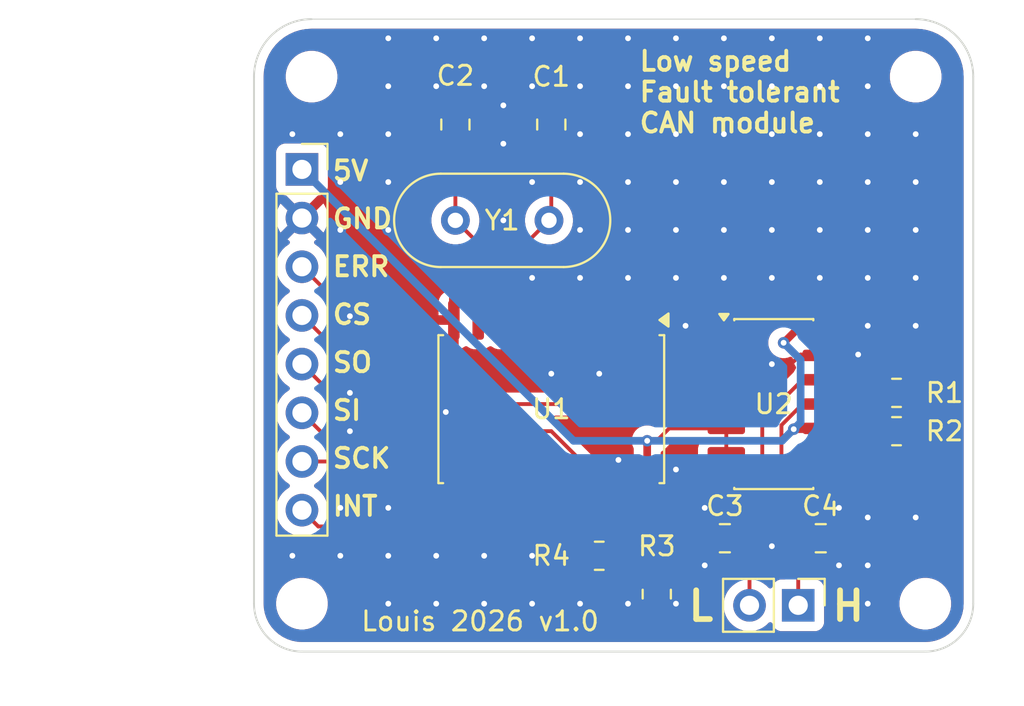
<source format=kicad_pcb>
(kicad_pcb (version 20241229) (generator "pcbnew") (generator_version "9.0")
  (layers (0 "F.Cu" signal) (2 "B.Cu" signal) (13 "F.Paste" user) (15 "B.Paste" user) (5 "F.SilkS" user "F.Silkscreen") (7 "B.SilkS" user "B.Silkscreen") (1 "F.Mask" user) (3 "B.Mask" user) (25 "Edge.Cuts" user))
  (net 0 "")
  (net 2 "TXCAN")
  (net 6 "RXCAN")
  (net 9 "Net-(U1-OSC2)")
  (net 10 "INT")
  (net 11 "+5V")
  (net 12 "GND")
  (net 13 "Net-(U1-OSC1)")
  (net 15 "Net-(J2-Pin_2)")
  (net 16 "Net-(J2-Pin_1)")
  (net 17 "ERR")
  (net 18 "Net-(U2-RTL)")
  (net 19 "Net-(U2-RTH)")
  (net 20 "Net-(U2-~{WAKE})")
  (net 21 "CS")
  (net 22 "SCK")
  (net 23 "SO")
  (net 24 "SI")
  (net 25 "Net-(U1-~{RESET})")
  (footprint "MountingHole:MountingHole_2.2mm_M2" (layer "F.Cu") (at 157 84.5)
    (property "Reference" "H4")
    (property "Value" "MountingHole")
    (pad "" np_thru_hole circle (at 0 0) (size 2.2 2.2) (drill 2.2) (layers "*.Cu" "*.Mask"))
  )
  (footprint "MountingHole:MountingHole_2.2mm_M2" (layer "F.Cu") (at 125 112)
    (property "Reference" "H1")
    (property "Value" "MountingHole")
    (pad "" np_thru_hole circle (at 0 0) (size 2.2 2.2) (drill 2.2) (layers "*.Cu" "*.Mask"))
  )
  (footprint "Resistor_SMD:R_0805_2012Metric" (layer "F.Cu") (at 143.5 111.5 -90)
    (property "Reference" "R3" (at -2.5 0 180) (layer "F.SilkS"))
    (property "Value" "1k")
    (fp_line (start -0.227064 0.735) (end 0.227064 0.735) (stroke (width 0.12)) (layer "F.SilkS"))
    (fp_line (start -0.227064 -0.735) (end 0.227064 -0.735) (stroke (width 0.12)) (layer "F.SilkS"))
    (pad "1" smd roundrect (at -0.9125 0 270) (size 1.025 1.4) (layers "F.Cu" "F.Mask" "F.Paste") (roundrect_rratio 0.243902) (net 20 "Net-(U2-~{WAKE})"))
    (pad "2" smd roundrect (at 0.9125 0 270) (size 1.025 1.4) (layers "F.Cu" "F.Mask" "F.Paste") (roundrect_rratio 0.243902) (net 12 "GND"))
  )
  (footprint "Crystal:Crystal_HC49-4H_Vertical" (layer "F.Cu") (at 137.88 92 180)
    (property "Reference" "Y1" (at 2.44 0 0) (layer "F.SilkS"))
    (property "Value" "Crystal")
    (fp_line (start 5.64 2.435) (end -0.76 2.435) (stroke (width 0.12)) (layer "F.SilkS"))
    (fp_line (start -0.76 -2.435) (end 5.64 -2.435) (stroke (width 0.12)) (layer "F.SilkS"))
    (fp_arc (start 5.64 -2.435) (mid 8.075 0) (end 5.64 2.435) (stroke (width 0.12)) (layer "F.SilkS"))
    (fp_arc (start -0.76 2.435) (mid -3.195 0) (end -0.76 -2.435) (stroke (width 0.12)) (layer "F.SilkS"))
    (pad "1" thru_hole circle (at 0 0 180) (size 1.5 1.5) (drill 0.8) (layers "*.Cu" "*.Mask") (net 9 "Net-(U1-OSC2)"))
    (pad "2" thru_hole circle (at 4.88 0 180) (size 1.5 1.5) (drill 0.8) (layers "*.Cu" "*.Mask") (net 13 "Net-(U1-OSC1)"))
  )
  (footprint "Capacitor_SMD:C_0805_2012Metric" (layer "F.Cu") (at 147.050062 108.584937)
    (property "Reference" "C3" (at 0 -1.68 0) (layer "F.SilkS"))
    (property "Value" "150pF")
    (fp_line (start -0.261252 -0.735) (end 0.261252 -0.735) (stroke (width 0.12)) (layer "F.SilkS"))
    (fp_line (start -0.261252 0.735) (end 0.261252 0.735) (stroke (width 0.12)) (layer "F.SilkS"))
    (pad "1" smd roundrect (at -0.95 0) (size 1 1.45) (layers "F.Cu" "F.Mask" "F.Paste") (net 12 "GND"))
    (pad "2" smd roundrect (at 0.95 0) (size 1 1.45) (layers "F.Cu" "F.Mask" "F.Paste") (net 15 "Net-(J2-Pin_2)"))
  )
  (footprint "Capacitor_SMD:C_0805_2012Metric" (layer "F.Cu") (at 133 87 90)
    (property "Reference" "C2" (at 2.55 0 180) (layer "F.SilkS"))
    (property "Value" "18pF")
    (fp_line (start -0.261252 -0.735) (end 0.261252 -0.735) (stroke (width 0.12)) (layer "F.SilkS"))
    (fp_line (start -0.261252 0.735) (end 0.261252 0.735) (stroke (width 0.12)) (layer "F.SilkS"))
    (pad "1" smd roundrect (at -0.95 0 90) (size 1 1.45) (layers "F.Cu" "F.Mask" "F.Paste") (net 13 "Net-(U1-OSC1)"))
    (pad "2" smd roundrect (at 0.95 0 90) (size 1 1.45) (layers "F.Cu" "F.Mask" "F.Paste") (net 12 "GND"))
  )
  (footprint "Resistor_SMD:R_0805_2012Metric" (layer "F.Cu") (at 156 101 180)
    (property "Reference" "R1" (at -2.5 0 0) (layer "F.SilkS"))
    (property "Value" "4.7k")
    (fp_line (start -0.227064 0.735) (end 0.227064 0.735) (stroke (width 0.12)) (layer "F.SilkS"))
    (fp_line (start -0.227064 -0.735) (end 0.227064 -0.735) (stroke (width 0.12)) (layer "F.SilkS"))
    (pad "1" smd roundrect (at -0.9125 0 180) (size 1.025 1.4) (layers "F.Cu" "F.Mask" "F.Paste") (roundrect_rratio 0.243902) (net 18 "Net-(U2-RTL)"))
    (pad "2" smd roundrect (at 0.9125 0 180) (size 1.025 1.4) (layers "F.Cu" "F.Mask" "F.Paste") (roundrect_rratio 0.243902) (net 15 "Net-(J2-Pin_2)"))
  )
  (footprint "MountingHole:MountingHole_2.2mm_M2" (layer "F.Cu") (at 125.5 84.5)
    (property "Reference" "H2")
    (property "Value" "MountingHole")
    (pad "" np_thru_hole circle (at 0 0) (size 2.2 2.2) (drill 2.2) (layers "*.Cu" "*.Mask"))
  )
  (footprint "Connector_PinHeader_2.54mm:PinHeader_1x02_P2.54mm_Vertical" (layer "F.Cu") (at 150.875062 112.084937 -90)
    (property "Reference" "J2")
    (property "Value" "Conn_01x02_Pin")
    (fp_line (start -1.38 3.92) (end 1.38 3.92) (stroke (width 0.12)) (layer "F.SilkS"))
    (fp_line (start -1.38 1.27) (end -1.38 3.92) (stroke (width 0.12)) (layer "F.SilkS"))
    (fp_line (start -1.38 1.27) (end 1.38 1.27) (stroke (width 0.12)) (layer "F.SilkS"))
    (fp_line (start 1.38 1.27) (end 1.38 3.92) (stroke (width 0.12)) (layer "F.SilkS"))
    (fp_line (start -1.38 0) (end -1.38 -1.38) (stroke (width 0.12)) (layer "F.SilkS"))
    (fp_line (start -1.38 -1.38) (end 0 -1.38) (stroke (width 0.12)) (layer "F.SilkS"))
    (pad "1" thru_hole rect (at 0 0 270) (size 1.7 1.7) (drill 1) (layers "*.Cu" "*.Mask") (net 16 "Net-(J2-Pin_1)"))
    (pad "2" thru_hole circle (at 0 2.54 270) (size 1.7 1.7) (drill 1) (layers "*.Cu" "*.Mask") (net 15 "Net-(J2-Pin_2)"))
  )
  (footprint "Capacitor_SMD:C_0805_2012Metric" (layer "F.Cu") (at 138 87 90)
    (property "Reference" "C1" (at 2.5 0 180) (layer "F.SilkS"))
    (property "Value" "18pF")
    (fp_line (start -0.261252 -0.735) (end 0.261252 -0.735) (stroke (width 0.12)) (layer "F.SilkS"))
    (fp_line (start -0.261252 0.735) (end 0.261252 0.735) (stroke (width 0.12)) (layer "F.SilkS"))
    (pad "1" smd roundrect (at -0.95 0 90) (size 1 1.45) (layers "F.Cu" "F.Mask" "F.Paste") (net 9 "Net-(U1-OSC2)"))
    (pad "2" smd roundrect (at 0.95 0 90) (size 1 1.45) (layers "F.Cu" "F.Mask" "F.Paste") (net 12 "GND"))
  )
  (footprint "Package_SO:SOIC-18W_7.5x11.6mm_P1.27mm" (layer "F.Cu") (at 138 101.85 -90)
    (property "Reference" "U1" (at 0 0 180) (layer "F.SilkS"))
    (property "Value" "MCP2515-xSO")
    (fp_line (start -3.86 5.885) (end -3.86 5.64) (stroke (width 0.12)) (layer "F.SilkS"))
    (fp_line (start 3.86 5.885) (end -3.86 5.885) (stroke (width 0.12)) (layer "F.SilkS"))
    (fp_line (start 3.86 5.64) (end 3.86 5.885) (stroke (width 0.12)) (layer "F.SilkS"))
    (fp_line (start -3.86 -5.64) (end -3.86 -5.885) (stroke (width 0.12)) (layer "F.SilkS"))
    (fp_line (start -3.86 -5.885) (end 3.86 -5.885) (stroke (width 0.12)) (layer "F.SilkS"))
    (fp_line (start 3.86 -5.885) (end 3.86 -5.64) (stroke (width 0.12)) (layer "F.SilkS"))
    (fp_poly (pts (xy -4.65 -5.64) (xy -4.99 -6.11) (xy -4.31 -6.11)) (stroke (width 0.12)) (fill yes) (layer "F.SilkS"))
    (pad "1" smd roundrect (at -4.65 -5.08 270) (size 2.05 0.6) (layers "F.Cu" "F.Mask" "F.Paste") (net 2 "TXCAN"))
    (pad "2" smd roundrect (at -4.65 -3.81 270) (size 2.05 0.6) (layers "F.Cu" "F.Mask" "F.Paste") (net 6 "RXCAN"))
    (pad "3" smd roundrect (at -4.65 -2.54 270) (size 2.05 0.6) (layers "F.Cu" "F.Mask" "F.Paste"))
    (pad "4" smd roundrect (at -4.65 -1.27 270) (size 2.05 0.6) (layers "F.Cu" "F.Mask" "F.Paste"))
    (pad "5" smd roundrect (at -4.65 0 270) (size 2.05 0.6) (layers "F.Cu" "F.Mask" "F.Paste"))
    (pad "6" smd roundrect (at -4.65 1.27 270) (size 2.05 0.6) (layers "F.Cu" "F.Mask" "F.Paste"))
    (pad "7" smd roundrect (at -4.65 2.54 270) (size 2.05 0.6) (layers "F.Cu" "F.Mask" "F.Paste") (net 9 "Net-(U1-OSC2)"))
    (pad "8" smd roundrect (at -4.65 3.81 270) (size 2.05 0.6) (layers "F.Cu" "F.Mask" "F.Paste") (net 13 "Net-(U1-OSC1)"))
    (pad "9" smd roundrect (at -4.65 5.08 270) (size 2.05 0.6) (layers "F.Cu" "F.Mask" "F.Paste") (net 12 "GND"))
    (pad "10" smd roundrect (at 4.65 5.08 270) (size 2.05 0.6) (layers "F.Cu" "F.Mask" "F.Paste"))
    (pad "11" smd roundrect (at 4.65 3.81 270) (size 2.05 0.6) (layers "F.Cu" "F.Mask" "F.Paste"))
    (pad "12" smd roundrect (at 4.65 2.54 270) (size 2.05 0.6) (layers "F.Cu" "F.Mask" "F.Paste") (net 10 "INT"))
    (pad "13" smd roundrect (at 4.65 1.27 270) (size 2.05 0.6) (layers "F.Cu" "F.Mask" "F.Paste") (net 22 "SCK"))
    (pad "14" smd roundrect (at 4.65 0 270) (size 2.05 0.6) (layers "F.Cu" "F.Mask" "F.Paste") (net 24 "SI"))
    (pad "15" smd roundrect (at 4.65 -1.27 270) (size 2.05 0.6) (layers "F.Cu" "F.Mask" "F.Paste") (net 23 "SO"))
    (pad "16" smd roundrect (at 4.65 -2.54 270) (size 2.05 0.6) (layers "F.Cu" "F.Mask" "F.Paste") (net 21 "CS"))
    (pad "17" smd roundrect (at 4.65 -3.81 270) (size 2.05 0.6) (layers "F.Cu" "F.Mask" "F.Paste") (net 25 "Net-(U1-~{RESET})"))
    (pad "18" smd roundrect (at 4.65 -5.08 270) (size 2.05 0.6) (layers "F.Cu" "F.Mask" "F.Paste") (net 11 "+5V"))
  )
  (footprint "Capacitor_SMD:C_0805_2012Metric" (layer "F.Cu") (at 152.050062 108.584937)
    (property "Reference" "C4" (at 0 -1.68 0) (layer "F.SilkS"))
    (property "Value" "150pF")
    (fp_line (start -0.261252 -0.735) (end 0.261252 -0.735) (stroke (width 0.12)) (layer "F.SilkS"))
    (fp_line (start -0.261252 0.735) (end 0.261252 0.735) (stroke (width 0.12)) (layer "F.SilkS"))
    (pad "1" smd roundrect (at -0.95 0) (size 1 1.45) (layers "F.Cu" "F.Mask" "F.Paste") (net 16 "Net-(J2-Pin_1)"))
    (pad "2" smd roundrect (at 0.95 0) (size 1 1.45) (layers "F.Cu" "F.Mask" "F.Paste") (net 12 "GND"))
  )
  (footprint "Connector_PinSocket_2.54mm:PinSocket_1x08_P2.54mm_Vertical" (layer "F.Cu") (at 125 89.34)
    (property "Reference" "J1")
    (property "Value" "Conn_01x08_Pin")
    (fp_line (start -1.33 1.27) (end -1.33 19.11) (stroke (width 0.12)) (layer "F.SilkS"))
    (fp_line (start -1.33 1.27) (end 1.33 1.27) (stroke (width 0.12)) (layer "F.SilkS"))
    (fp_line (start -1.33 19.11) (end 1.33 19.11) (stroke (width 0.12)) (layer "F.SilkS"))
    (fp_line (start 0 -1.33) (end 1.33 -1.33) (stroke (width 0.12)) (layer "F.SilkS"))
    (fp_line (start 1.33 -1.33) (end 1.33 0) (stroke (width 0.12)) (layer "F.SilkS"))
    (fp_line (start 1.33 1.27) (end 1.33 19.11) (stroke (width 0.12)) (layer "F.SilkS"))
    (pad "1" thru_hole rect (at 0 0) (size 1.7 1.7) (drill 1) (layers "*.Cu" "*.Mask") (net 11 "+5V"))
    (pad "2" thru_hole circle (at 0 2.54) (size 1.7 1.7) (drill 1) (layers "*.Cu" "*.Mask") (net 12 "GND"))
    (pad "3" thru_hole circle (at 0 5.08) (size 1.7 1.7) (drill 1) (layers "*.Cu" "*.Mask") (net 17 "ERR"))
    (pad "4" thru_hole circle (at 0 7.62) (size 1.7 1.7) (drill 1) (layers "*.Cu" "*.Mask") (net 21 "CS"))
    (pad "5" thru_hole circle (at 0 10.16) (size 1.7 1.7) (drill 1) (layers "*.Cu" "*.Mask") (net 23 "SO"))
    (pad "6" thru_hole circle (at 0 12.7) (size 1.7 1.7) (drill 1) (layers "*.Cu" "*.Mask") (net 24 "SI"))
    (pad "7" thru_hole circle (at 0 15.24) (size 1.7 1.7) (drill 1) (layers "*.Cu" "*.Mask") (net 22 "SCK"))
    (pad "8" thru_hole circle (at 0 17.78) (size 1.7 1.7) (drill 1) (layers "*.Cu" "*.Mask") (net 10 "INT"))
  )
  (footprint "MountingHole:MountingHole_2.2mm_M2" (layer "F.Cu") (at 157.5 112)
    (property "Reference" "H3")
    (property "Value" "MountingHole")
    (pad "" np_thru_hole circle (at 0 0) (size 2.2 2.2) (drill 2.2) (layers "*.Cu" "*.Mask"))
  )
  (footprint "Resistor_SMD:R_0805_2012Metric" (layer "F.Cu") (at 140.5 109.5)
    (property "Reference" "R4" (at -2.5 0 0) (layer "F.SilkS"))
    (property "Value" "10k")
    (fp_line (start -0.227064 -0.735) (end 0.227064 -0.735) (stroke (width 0.12)) (layer "F.SilkS"))
    (fp_line (start -0.227064 0.735) (end 0.227064 0.735) (stroke (width 0.12)) (layer "F.SilkS"))
    (pad "1" smd roundrect (at -0.9125 0) (size 1.025 1.4) (layers "F.Cu" "F.Mask" "F.Paste") (roundrect_rratio 0.243902) (net 25 "Net-(U1-~{RESET})"))
    (pad "2" smd roundrect (at 0.9125 0) (size 1.025 1.4) (layers "F.Cu" "F.Mask" "F.Paste") (roundrect_rratio 0.243902) (net 11 "+5V"))
  )
  (footprint "Package_SO:SO-14_3.9x8.65mm_P1.27mm" (layer "F.Cu") (at 149.600062 101.584937)
    (property "Reference" "U2" (at 0 0 0) (layer "F.SilkS"))
    (property "Value" "TJA1055T")
    (fp_line (start -2.06 -4.435) (end 2.06 -4.435) (stroke (width 0.12)) (layer "F.SilkS"))
    (fp_line (start -2.06 -4.37) (end -2.06 -4.435) (stroke (width 0.12)) (layer "F.SilkS"))
    (fp_line (start -2.06 4.435) (end -2.06 4.37) (stroke (width 0.12)) (layer "F.SilkS"))
    (fp_line (start 2.06 -4.435) (end 2.06 -4.37) (stroke (width 0.12)) (layer "F.SilkS"))
    (fp_line (start 2.06 4.37) (end 2.06 4.435) (stroke (width 0.12)) (layer "F.SilkS"))
    (fp_line (start 2.06 4.435) (end -2.06 4.435) (stroke (width 0.12)) (layer "F.SilkS"))
    (fp_poly (pts (xy -2.6 -4.37) (xy -2.84 -4.7) (xy -2.36 -4.7)) (stroke (width 0.12)) (fill yes) (layer "F.SilkS"))
    (pad "1" smd roundrect (at -2.475 -3.81) (size 1.95 0.6) (layers "F.Cu" "F.Mask" "F.Paste"))
    (pad "2" smd roundrect (at -2.475 -2.54) (size 1.95 0.6) (layers "F.Cu" "F.Mask" "F.Paste") (net 2 "TXCAN"))
    (pad "3" smd roundrect (at -2.475 -1.27) (size 1.95 0.6) (layers "F.Cu" "F.Mask" "F.Paste") (net 6 "RXCAN"))
    (pad "4" smd roundrect (at -2.475 0) (size 1.95 0.6) (layers "F.Cu" "F.Mask" "F.Paste") (net 17 "ERR"))
    (pad "5" smd roundrect (at -2.475 1.27) (size 1.95 0.6) (layers "F.Cu" "F.Mask" "F.Paste") (net 11 "+5V"))
    (pad "6" smd roundrect (at -2.475 2.54) (size 1.95 0.6) (layers "F.Cu" "F.Mask" "F.Paste") (net 11 "+5V"))
    (pad "7" smd roundrect (at -2.475 3.81) (size 1.95 0.6) (layers "F.Cu" "F.Mask" "F.Paste") (net 20 "Net-(U2-~{WAKE})"))
    (pad "8" smd roundrect (at 2.475 3.81) (size 1.95 0.6) (layers "F.Cu" "F.Mask" "F.Paste") (net 19 "Net-(U2-RTH)"))
    (pad "9" smd roundrect (at 2.475 2.54) (size 1.95 0.6) (layers "F.Cu" "F.Mask" "F.Paste") (net 18 "Net-(U2-RTL)"))
    (pad "10" smd roundrect (at 2.475 1.27) (size 1.95 0.6) (layers "F.Cu" "F.Mask" "F.Paste") (net 11 "+5V"))
    (pad "11" smd roundrect (at 2.475 0) (size 1.95 0.6) (layers "F.Cu" "F.Mask" "F.Paste") (net 16 "Net-(J2-Pin_1)"))
    (pad "12" smd roundrect (at 2.475 -1.27) (size 1.95 0.6) (layers "F.Cu" "F.Mask" "F.Paste") (net 15 "Net-(J2-Pin_2)"))
    (pad "13" smd roundrect (at 2.475 -2.54) (size 1.95 0.6) (layers "F.Cu" "F.Mask" "F.Paste") (net 12 "GND"))
    (pad "14" smd roundrect (at 2.475 -3.81) (size 1.95 0.6) (layers "F.Cu" "F.Mask" "F.Paste") (net 11 "+5V"))
  )
  (footprint "Resistor_SMD:R_0805_2012Metric" (layer "F.Cu") (at 156 103 180)
    (property "Reference" "R2" (at -2.5 0 0) (layer "F.SilkS"))
    (property "Value" "4.7k")
    (fp_line (start -0.227064 0.735) (end 0.227064 0.735) (stroke (width 0.12)) (layer "F.SilkS"))
    (fp_line (start -0.227064 -0.735) (end 0.227064 -0.735) (stroke (width 0.12)) (layer "F.SilkS"))
    (pad "1" smd roundrect (at -0.9125 0 180) (size 1.025 1.4) (layers "F.Cu" "F.Mask" "F.Paste") (roundrect_rratio 0.243902) (net 19 "Net-(U2-RTH)"))
    (pad "2" smd roundrect (at 0.9125 0 180) (size 1.025 1.4) (layers "F.Cu" "F.Mask" "F.Paste") (roundrect_rratio 0.243902) (net 16 "Net-(J2-Pin_1)"))
  )
  (gr_line (start 125 114.5) (end 157.5 114.5) (stroke (width 0.1)) (layer "Edge.Cuts"))
  (gr_arc (start 122.5 84.5) (mid 123.37868 82.37868) (end 125.5 81.5) (stroke (width 0.1)) (layer "Edge.Cuts"))
  (gr_arc (start 157 81.5) (mid 159.12132 82.37868) (end 160 84.5) (stroke (width 0.1)) (layer "Edge.Cuts"))
  (gr_arc (start 160 112) (mid 159.267767 113.767767) (end 157.5 114.5) (stroke (width 0.1)) (layer "Edge.Cuts"))
  (gr_line (start 160 84.5) (end 160 112) (stroke (width 0.1)) (layer "Edge.Cuts"))
  (gr_arc (start 125 114.5) (mid 123.232233 113.767767) (end 122.5 112) (stroke (width 0.1)) (layer "Edge.Cuts"))
  (gr_line (start 125.5 81.5) (end 157 81.5) (stroke (width 0.05)) (layer "Edge.Cuts"))
  (gr_line (start 122.5 84.5) (end 122.5 112) (stroke (width 0.1)) (layer "Edge.Cuts"))
  (gr_text "SO\n" (at 126.5 100 0) (layer "F.SilkS") (effects (font (size 1 1) (thickness 0.2) (bold yes)) (justify left bottom)))
  (gr_text "H" (at 152.5 113 0) (layer "F.SilkS") (effects (font (size 1.5 1.5) (thickness 0.3) (bold yes)) (justify left bottom)))
  (gr_text "L" (at 145 113 0) (layer "F.SilkS") (effects (font (size 1.5 1.5) (thickness 0.3) (bold yes)) (justify left bottom)))
  (gr_text "5V\n" (at 126.5 90 0) (layer "F.SilkS") (effects (font (size 1 1) (thickness 0.2) (bold yes)) (justify left bottom)))
  (gr_text "Louis 2026 v1.0" (at 128 113.5 0) (layer "F.SilkS") (effects (font (size 1 1)) (justify left bottom)))
  (gr_text "SI" (at 126.5 102.5 0) (layer "F.SilkS") (effects (font (size 1 1) (thickness 0.2) (bold yes)) (justify left bottom)))
  (gr_text "GND\n" (at 126.5 92.5 0) (layer "F.SilkS") (effects (font (size 1 1) (thickness 0.2) (bold yes)) (justify left bottom)))
  (gr_text "SCK" (at 126.5 105 0) (layer "F.SilkS") (effects (font (size 1 1) (thickness 0.2) (bold yes)) (justify left bottom)))
  (gr_text "Low speed \nFault tolerant\nCAN module \n" (at 142.5 87.5 0) (layer "F.SilkS") (effects (font (size 1 1) (thickness 0.2) (bold yes)) (justify left bottom)))
  (gr_text "CS" (at 126.5 97.5 0) (layer "F.SilkS") (effects (font (size 1 1) (thickness 0.2) (bold yes)) (justify left bottom)))
  (gr_text "INT" (at 126.5 107.5 0) (layer "F.SilkS") (effects (font (size 1 1) (thickness 0.2) (bold yes)) (justify left bottom)))
  (gr_text "ERR\n" (at 126.5 95 0) (layer "F.SilkS") (effects (font (size 1 1) (thickness 0.2) (bold yes)) (justify left bottom)))
  (segment (start 143.08 97.2) (end 144.924937 99.044937) (width 0.2) (layer "F.Cu") (net 2))
  (segment (start 144.924937 99.044937) (end 147.125062 99.044937) (width 0.2) (layer "F.Cu") (net 2))
  (segment (start 143.899938 100.314937) (end 147.125062 100.314937) (width 0.2) (layer "F.Cu") (net 6))
  (segment (start 141.81 98.224999) (end 143.899938 100.314937) (width 0.2) (layer "F.Cu") (net 6))
  (segment (start 141.81 97.2) (end 141.81 98.224999) (width 0.2) (layer "F.Cu") (net 6))
  (segment (start 135.46 97.2) (end 135.46 94.42) (width 0.2) (layer "F.Cu") (net 9))
  (segment (start 135.46 94.42) (end 137.88 92) (width 0.2) (layer "F.Cu") (net 9))
  (segment (start 138 87.95) (end 138 91.88) (width 0.2) (layer "F.Cu") (net 9))
  (segment (start 138 91.88) (end 137.88 92) (width 0.2) (layer "F.Cu") (net 9))
  (segment (start 135.46 107.524999) (end 135.46 106.5) (width 0.2) (layer "F.Cu") (net 10))
  (segment (start 125.85 107.97) (end 135.014999 107.97) (width 0.2) (layer "F.Cu") (net 10))
  (segment (start 135.014999 107.97) (end 135.46 107.524999) (width 0.2) (layer "F.Cu") (net 10))
  (segment (start 125 107.12) (end 125.85 107.97) (width 0.2) (layer "F.Cu") (net 10))
  (segment (start 143 103.5) (end 143.5 103.5) (width 0.2) (layer "F.Cu") (net 11))
  (segment (start 152.035766 102.894233) (end 152.075062 102.854937) (width 0.4) (layer "F.Cu") (net 11))
  (segment (start 144.145063 102.854937) (end 147.125062 102.854937) (width 0.2) (layer "F.Cu") (net 11))
  (segment (start 143.5 103.5) (end 144.145063 102.854937) (width 0.2) (layer "F.Cu") (net 11))
  (segment (start 143 103.5) (end 143 106.42) (width 0.4) (layer "F.Cu") (net 11))
  (segment (start 143 106.42) (end 143.08 106.5) (width 0.4) (layer "F.Cu") (net 11))
  (segment (start 143.08 107.8325) (end 141.4125 109.5) (width 0.2) (layer "F.Cu") (net 11))
  (segment (start 150.112532 98.387468) (end 150.725063 97.774937) (width 0.4) (layer "F.Cu") (net 11))
  (segment (start 150.725063 97.774937) (end 152.075062 97.774937) (width 0.4) (layer "F.Cu") (net 11))
  (segment (start 150.639296 102.894233) (end 152.035766 102.894233) (width 0.4) (layer "F.Cu") (net 11))
  (segment (start 147.125062 102.854937) (end 147.125062 104.124937) (width 0.2) (layer "F.Cu") (net 11))
  (segment (start 143.08 106.5) (end 143.08 107.8325) (width 0.2) (layer "F.Cu") (net 11))
  (via (at 143 103.5) (size 0.6) (drill 0.3) (layers "F.Cu" "B.Cu") (net 11))
  (via (at 150.112532 98.387468) (size 0.6) (drill 0.3) (layers "F.Cu" "B.Cu") (net 11))
  (via (at 150.639296 102.894233) (size 0.6) (drill 0.3) (layers "F.Cu" "B.Cu") (net 11))
  (segment (start 151 102.533529) (end 150.639296 102.894233) (width 0.4) (layer "B.Cu") (net 11))
  (segment (start 150.112532 98.387468) (end 151 99.274937) (width 0.4) (layer "B.Cu") (net 11))
  (segment (start 151 99.274937) (end 151 102.533529) (width 0.4) (layer "B.Cu") (net 11))
  (segment (start 143 103.5) (end 150.033529 103.5) (width 0.4) (layer "B.Cu") (net 11))
  (segment (start 125 89.34) (end 139.16 103.5) (width 0.4) (layer "B.Cu") (net 11))
  (segment (start 150.033529 103.5) (end 150.639296 102.894233) (width 0.4) (layer "B.Cu") (net 11))
  (segment (start 139.16 103.5) (end 143 103.5) (width 0.4) (layer "B.Cu") (net 11))
  (segment (start 150.5 99.5) (end 149.5 99.5) (width 0.2) (layer "F.Cu") (net 12))
  (segment (start 154 99) (end 151 99) (width 0.2) (layer "F.Cu") (net 12))
  (segment (start 151 99) (end 150.5 99.5) (width 0.2) (layer "F.Cu") (net 12))
  (via (at 135.5 86) (size 0.6) (drill 0.3) (layers "F.Cu" "B.Cu") (net 12))
  (via (at 152 82.5) (size 0.6) (drill 0.3) (layers "F.Cu" "B.Cu") (net 12))
  (via (at 157 107.5) (size 0.6) (drill 0.3) (layers "F.Cu" "B.Cu") (net 12))
  (via (at 154.5 92.5) (size 0.6) (drill 0.3) (layers "F.Cu" "B.Cu") (net 12))
  (via (at 132 109.5) (size 0.6) (drill 0.3) (layers "F.Cu" "B.Cu") (net 12))
  (via (at 144.5 85) (size 0.6) (drill 0.3) (layers "F.Cu" "B.Cu") (net 12))
  (via (at 142 82.5) (size 0.6) (drill 0.3) (layers "F.Cu" "B.Cu") (net 12))
  (via (at 144.5 95) (size 0.6) (drill 0.3) (layers "F.Cu" "B.Cu") (net 12))
  (via (at 149.5 90) (size 0.6) (drill 0.3) (layers "F.Cu" "B.Cu") (net 12))
  (via (at 137 109.5) (size 0.6) (drill 0.3) (layers "F.Cu" "B.Cu") (net 12))
  (via (at 142 87.5) (size 0.6) (drill 0.3) (layers "F.Cu" "B.Cu") (net 12))
  (via (at 124.5 87.5) (size 0.6) (drill 0.3) (layers "F.Cu" "B.Cu") (net 12))
  (via (at 144.5 90) (size 0.6) (drill 0.3) (layers "F.Cu" "B.Cu") (net 12))
  (via (at 139.5 92.5) (size 0.6) (drill 0.3) (layers "F.Cu" "B.Cu") (net 12))
  (via (at 124.5 109.5) (size 0.6) (drill 0.3) (layers "F.Cu" "B.Cu") (net 12))
  (via (at 139.5 85) (size 0.6) (drill 0.3) (layers "F.Cu" "B.Cu") (net 12))
  (via (at 132 82.5) (size 0.6) (drill 0.3) (layers "F.Cu" "B.Cu") (net 12))
  (via (at 147 90) (size 0.6) (drill 0.3) (layers "F.Cu" "B.Cu") (net 12))
  (via (at 149.5 85) (size 0.6) (drill 0.3) (layers "F.Cu" "B.Cu") (net 12))
  (via (at 153 107) (size 0.6) (drill 0.3) (layers "F.Cu" "B.Cu") (net 12))
  (via (at 157 90) (size 0.6) (drill 0.3) (layers "F.Cu" "B.Cu") (net 12))
  (via (at 137 85) (size 0.6) (drill 0.3) (layers "F.Cu" "B.Cu") (net 12))
  (via (at 154.5 107.5) (size 0.6) (drill 0.3) (layers "F.Cu" "B.Cu") (net 12))
  (via (at 127 92.5) (size 0.6) (drill 0.3) (layers "F.Cu" "B.Cu") (net 12))
  (via (at 129.5 90) (size 0.6) (drill 0.3) (layers "F.Cu" "B.Cu") (net 12))
  (via (at 129.5 112) (size 0.6) (drill 0.3) (layers "F.Cu" "B.Cu") (net 12))
  (via (at 149.5 92.5) (size 0.6) (drill 0.3) (layers "F.Cu" "B.Cu") (net 12))
  (via (at 144.5 82.5) (size 0.6) (drill 0.3) (layers "F.Cu" "B.Cu") (net 12))
  (via (at 134.5 109.5) (size 0.6) (drill 0.3) (layers "F.Cu" "B.Cu") (net 12))
  (via (at 144.5 112) (size 0.6) (drill 0.3) (layers "F.Cu" "B.Cu") (net 12))
  (via (at 144.5 87.5) (size 0.6) (drill 0.3) (layers "F.Cu" "B.Cu") (net 12))
  (via (at 154.5 110) (size 0.6) (drill 0.3) (layers "F.Cu" "B.Cu") (net 12))
  (via (at 142 85) (size 0.6) (drill 0.3) (layers "F.Cu" "B.Cu") (net 12))
  (via (at 149.5 109) (size 0.6) (drill 0.3) (layers "F.Cu" "B.Cu") (net 12))
  (via (at 134.5 85) (size 0.6) (drill 0.3) (layers "F.Cu" "B.Cu") (net 12))
  (via (at 154 99) (size 0.6) (drill 0.3) (layers "F.Cu" "B.Cu") (net 12))
  (via (at 157 92.5) (size 0.6) (drill 0.3) (layers "F.Cu" "B.Cu") (net 12))
  (via (at 152 90) (size 0.6) (drill 0.3) (layers "F.Cu" "B.Cu") (net 12))
  (via (at 145 97.5) (size 0.6) (drill 0.3) (layers "F.Cu" "B.Cu") (net 12))
  (via (at 127.5 97) (size 0.6) (drill 0.3) (layers "F.Cu" "B.Cu") (net 12))
  (via (at 129.5 82.5) (size 0.6) (drill 0.3) (layers "F.Cu" "B.Cu") (net 12))
  (via (at 127 90) (size 0.6) (drill 0.3) (layers "F.Cu" "B.Cu") (net 12))
  (via (at 142 95) (size 0.6) (drill 0.3) (layers "F.Cu" "B.Cu") (net 12))
  (via (at 146 107) (size 0.6) (drill 0.3) (layers "F.Cu" "B.Cu") (net 12))
  (via (at 142 90) (size 0.6) (drill 0.3) (layers "F.Cu" "B.Cu") (net 12))
  (via (at 129.5 87.5) (size 0.6) (drill 0.3) (layers "F.Cu" "B.Cu") (net 12))
  (via (at 138 100) (size 0.6) (drill 0.3) (layers "F.Cu" "B.Cu") (net 12))
  (via (at 154.5 90) (size 0.6) (drill 0.3) (layers "F.Cu" "B.Cu") (net 12))
  (via (at 154.5 85) (size 0.6) (drill 0.3) (layers "F.Cu" "B.Cu") (net 12))
  (via (at 147 87.5) (size 0.6) (drill 0.3) (layers "F.Cu" "B.Cu") (net 12))
  (via (at 127.5 101) (size 0.6) (drill 0.3) (layers "F.Cu" "B.Cu") (net 12))
  (via (at 147 95) (size 0.6) (drill 0.3) (layers "F.Cu" "B.Cu") (net 12))
  (via (at 144.5 105) (size 0.6) (drill 0.3) (layers "F.Cu" "B.Cu") (net 12))
  (via (at 157 97.5) (size 0.6) (drill 0.3) (layers "F.Cu" "B.Cu") (net 12))
  (via (at 152 92.5) (size 0.6) (drill 0.3) (layers "F.Cu" "B.Cu") (net 12))
  (via (at 154.5 82.5) (size 0.6) (drill 0.3) (layers "F.Cu" "B.Cu") (net 12))
  (via (at 154.5 87.5) (size 0.6) (drill 0.3) (layers "F.Cu" "B.Cu") (net 12))
  (via (at 139.5 87.5) (size 0.6) (drill 0.3) (layers "F.Cu" "B.Cu") (net 12))
  (via (at 132 112) (size 0.6) (drill 0.3) (layers "F.Cu" "B.Cu") (net 12))
  (via (at 141.5 104.5) (size 0.6) (drill 0.3) (layers "F.Cu" "B.Cu") (net 12))
  (via (at 147 85) (size 0.6) (drill 0.3) (layers "F.Cu" "B.Cu") (net 12))
  (via (at 146 110) (size 0.6) (drill 0.3) (layers "F.Cu" "B.Cu") (net 12))
  (via (at 144.5 92.5) (size 0.6) (drill 0.3) (layers "F.Cu" "B.Cu") (net 12))
  (via (at 129.5 92.5) (size 0.6) (drill 0.3) (layers "F.Cu" "B.Cu") (net 12))
  (via (at 129.5 107) (size 0.6) (drill 0.3) (layers "F.Cu" "B.Cu") (net 12))
  (via (at 147 82.5) (size 0.6) (drill 0.3) (layers "F.Cu" "B.Cu") (net 12))
  (via (at 132.5 102) (size 0.6) (drill 0.3) (layers "F.Cu" "B.Cu") (net 12))
  (via (at 132 85) (size 0.6) (drill 0.3) (layers "F.Cu" "B.Cu") (net 12))
  (via (at 137 90) (size 0.6) (drill 0.3) (layers "F.Cu" "B.Cu") (net 12))
  (via (at 129.5 85) (size 0.6) (drill 0.3) (layers "F.Cu" "B.Cu") (net 12))
  (via (at 139.5 82.5) (size 0.6) (drill 0.3) (layers "F.Cu" "B.Cu") (net 12))
  (via (at 149.5 95) (size 0.6) (drill 0.3) (layers "F.Cu" "B.Cu") (net 12))
  (via (at 135.5 88) (size 0.6) (drill 0.3) (layers "F.Cu" "B.Cu") (net 12))
  (via (at 147 92.5) (size 0.6) (drill 0.3) (layers "F.Cu" "B.Cu") (net 12))
  (via (at 139.5 95) (size 0.6) (drill 0.3) (layers "F.Cu" "B.Cu") (net 12))
  (via (at 153 110) (size 0.6) (drill 0.3) (layers "F.Cu" "B.Cu") (net 12))
  (via (at 152 87.5) (size 0.6) (drill 0.3) (layers "F.Cu" "B.Cu") (net 12))
  (via (at 149.5 82.5) (size 0.6) (drill 0.3) (layers "F.Cu" "B.Cu") (net 12))
  (via (at 127 109.5) (size 0.6) (drill 0.3) (layers "F.Cu" "B.Cu") (net 12))
  (via (at 127.5 103) (size 0.6) (drill 0.3) (layers "F.Cu" "B.Cu") (net 12))
  (via (at 127 107) (size 0.6) (drill 0.3) (layers "F.Cu" "B.Cu") (net 12))
  (via (at 149.5 87.5) (size 0.6) (drill 0.3) (layers "F.Cu" "B.Cu") (net 12))
  (via (at 149.5 99.5) (size 0.6) (drill 0.3) (layers "F.Cu" "B.Cu") (net 12))
  (via (at 152 95) (size 0.6) (drill 0.3) (layers "F.Cu" "B.Cu") (net 12))
  (via (at 137 82.5) (size 0.6) (drill 0.3) (layers "F.Cu" "B.Cu") (net 12))
  (via (at 139.5 90) (size 0.6) (drill 0.3) (layers "F.Cu" "B.Cu") (net 12))
  (via (at 142 92.5) (size 0.6) (drill 0.3) (layers "F.Cu" "B.Cu") (net 12))
  (via (at 154.5 97.5) (size 0.6) (drill 0.3) (layers "F.Cu" "B.Cu") (net 12))
  (via (at 157 95) (size 0.6) (drill 0.3) (layers "F.Cu" "B.Cu") (net 12))
  (via (at 157 87.5) (size 0.6) (drill 0.3) (layers "F.Cu" "B.Cu") (net 12))
  (via (at 154.5 112) (size 0.6) (drill 0.3) (layers "F.Cu" "B.Cu") (net 12))
  (via (at 127 87.5) (size 0.6) (drill 0.3) (layers "F.Cu" "B.Cu") (net 12))
  (via (at 152 85) (size 0.6) (drill 0.3) (layers "F.Cu" "B.Cu") (net 12))
  (via (at 129.5 109.5) (size 0.6) (drill 0.3) (layers "F.Cu" "B.Cu") (net 12))
  (via (at 140.5 100) (size 0.6) (drill 0.3) (layers "F.Cu" "B.Cu") (net 12))
  (via (at 137 95) (size 0.6) (drill 0.3) (layers "F.Cu" "B.Cu") (net 12))
  (via (at 154.5 95) (size 0.6) (drill 0.3) (layers "F.Cu" "B.Cu") (net 12))
  (via (at 142 112) (size 0.6) (drill 0.3) (layers "F.Cu" "B.Cu") (net 12))
  (via (at 137 112) (size 0.6) (drill 0.3) (layers "F.Cu" "B.Cu") (net 12))
  (via (at 134.5 112) (size 0.6) (drill 0.3) (layers "F.Cu" "B.Cu") (net 12))
  (via (at 135.5 92) (size 0.6) (drill 0.3) (layers "F.Cu" "B.Cu") (net 12))
  (via (at 139.5 112) (size 0.6) (drill 0.3) (layers "F.Cu" "B.Cu") (net 12))
  (via (at 134.5 82.5) (size 0.6) (drill 0.3) (layers "F.Cu" "B.Cu") (net 12))
  (segment (start 133 87.95) (end 133 92) (width 0.2) (layer "F.Cu") (net 13))
  (segment (start 134.19 93.19) (end 134.19 97.2) (width 0.2) (layer "F.Cu") (net 13))
  (segment (start 133 92) (end 134.19 93.19) (width 0.2) (layer "F.Cu") (net 13))
  (segment (start 149 107.584999) (end 148.000062 108.584937) (width 0.2) (layer "F.Cu") (net 15))
  (segment (start 149 102.415) (end 149 107.584999) (width 0.2) (layer "F.Cu") (net 15))
  (segment (start 152.075062 100.314937) (end 151.100063 100.314937) (width 0.2) (layer "F.Cu") (net 15))
  (segment (start 148.335062 112.084937) (end 148.335062 108.919937) (width 0.2) (layer "F.Cu") (net 15))
  (segment (start 151.100063 100.314937) (end 149 102.415) (width 0.2) (layer "F.Cu") (net 15))
  (segment (start 152.075062 100.314937) (end 154.402437 100.314937) (width 0.2) (layer "F.Cu") (net 15))
  (segment (start 154.402437 100.314937) (end 155.0875 101) (width 0.2) (layer "F.Cu") (net 15))
  (segment (start 148.335062 108.919937) (end 148.000062 108.584937) (width 0.2) (layer "F.Cu") (net 15))
  (segment (start 150 107.484875) (end 150 102.685) (width 0.2) (layer "F.Cu") (net 16))
  (segment (start 150.875062 108.809937) (end 151.100062 108.584937) (width 0.2) (layer "F.Cu") (net 16))
  (segment (start 151.100063 101.584937) (end 152.075062 101.584937) (width 0.2) (layer "F.Cu") (net 16))
  (segment (start 150 102.685) (end 151.100063 101.584937) (width 0.2) (layer "F.Cu") (net 16))
  (segment (start 150.875062 112.084937) (end 150.875062 108.809937) (width 0.2) (layer "F.Cu") (net 16))
  (segment (start 153.672437 101.584937) (end 155.0875 103) (width 0.2) (layer "F.Cu") (net 16))
  (segment (start 152.075062 101.584937) (end 153.672437 101.584937) (width 0.2) (layer "F.Cu") (net 16))
  (segment (start 151.100062 108.584937) (end 150 107.484875) (width 0.2) (layer "F.Cu") (net 16))
  (segment (start 126.58 96) (end 125 94.42) (width 0.2) (layer "F.Cu") (net 17))
  (segment (start 128.5 96) (end 126.58 96) (width 0.2) (layer "F.Cu") (net 17))
  (segment (start 134.084937 101.584937) (end 128.5 96) (width 0.2) (layer "F.Cu") (net 17))
  (segment (start 147.125062 101.584937) (end 134.084937 101.584937) (width 0.2) (layer "F.Cu") (net 17))
  (segment (start 156 103.58616) (end 156 101.9125) (width 0.2) (layer "F.Cu") (net 18))
  (segment (start 155.461223 104.124937) (end 156 103.58616) (width 0.2) (layer "F.Cu") (net 18))
  (segment (start 152.075062 104.124937) (end 155.461223 104.124937) (width 0.2) (layer "F.Cu") (net 18))
  (segment (start 156 101.9125) (end 156.9125 101) (width 0.2) (layer "F.Cu") (net 18))
  (segment (start 155.217563 105.394937) (end 156.9125 103.7) (width 0.2) (layer "F.Cu") (net 19))
  (segment (start 152.075062 105.394937) (end 155.217563 105.394937) (width 0.2) (layer "F.Cu") (net 19))
  (segment (start 156.9125 103.7) (end 156.9125 103) (width 0.2) (layer "F.Cu") (net 19))
  (segment (start 145.605063 105.394937) (end 145 106) (width 0.2) (layer "F.Cu") (net 20))
  (segment (start 147.125062 105.394937) (end 145.605063 105.394937) (width 0.2) (layer "F.Cu") (net 20))
  (segment (start 145 108.9125) (end 143.4125 110.5) (width 0.2) (layer "F.Cu") (net 20))
  (segment (start 145 106) (end 145 108.9125) (width 0.2) (layer "F.Cu") (net 20))
  (segment (start 140.54 105.54) (end 138 103) (width 0.2) (layer "F.Cu") (net 21))
  (segment (start 140.54 106.5) (end 140.54 105.54) (width 0.2) (layer "F.Cu") (net 21))
  (segment (start 138 103) (end 131.04 103) (width 0.2) (layer "F.Cu") (net 21))
  (segment (start 131.04 103) (end 125 96.96) (width 0.2) (layer "F.Cu") (net 21))
  (segment (start 136.73 105.475001) (end 136.73 106.5) (width 0.2) (layer "F.Cu") (net 22))
  (segment (start 125 104.58) (end 135.834999 104.58) (width 0.2) (layer "F.Cu") (net 22))
  (segment (start 135.834999 104.58) (end 136.73 105.475001) (width 0.2) (layer "F.Cu") (net 22))
  (segment (start 139.27 105.77) (end 139.27 106.5) (width 0.2) (layer "F.Cu") (net 23))
  (segment (start 125 99.5) (end 129 103.5) (width 0.2) (layer "F.Cu") (net 23))
  (segment (start 129 103.5) (end 137 103.5) (width 0.2) (layer "F.Cu") (net 23))
  (segment (start 137 103.5) (end 139.27 105.77) (width 0.2) (layer "F.Cu") (net 23))
  (segment (start 136.5 104) (end 138 105.5) (width 0.2) (layer "F.Cu") (net 24))
  (segment (start 126.96 104) (end 136.5 104) (width 0.2) (layer "F.Cu") (net 24))
  (segment (start 138 105.5) (end 138 106.5) (width 0.2) (layer "F.Cu") (net 24))
  (segment (start 125 102.04) (end 126.96 104) (width 0.2) (layer "F.Cu") (net 24))
  (segment (start 141.81 106.5) (end 141.81 107.2775) (width 0.2) (layer "F.Cu") (net 25))
  (segment (start 141.81 107.2775) (end 139.5875 109.5) (width 0.2) (layer "F.Cu") (net 25))
  (zone (net 12) (net_name "GND") (layers "F.Cu" "B.Cu") (connect_pads (clearance 0.5)) (min_thickness 0.25) (fill yes (thermal_gap 0.5) (thermal_bridge_width 0.5))
    (polygon (pts (xy 122.5 81.5) (xy 160 81.5) (xy 160 114.5) (xy 122.5 114.5)))
  )
)
</source>
